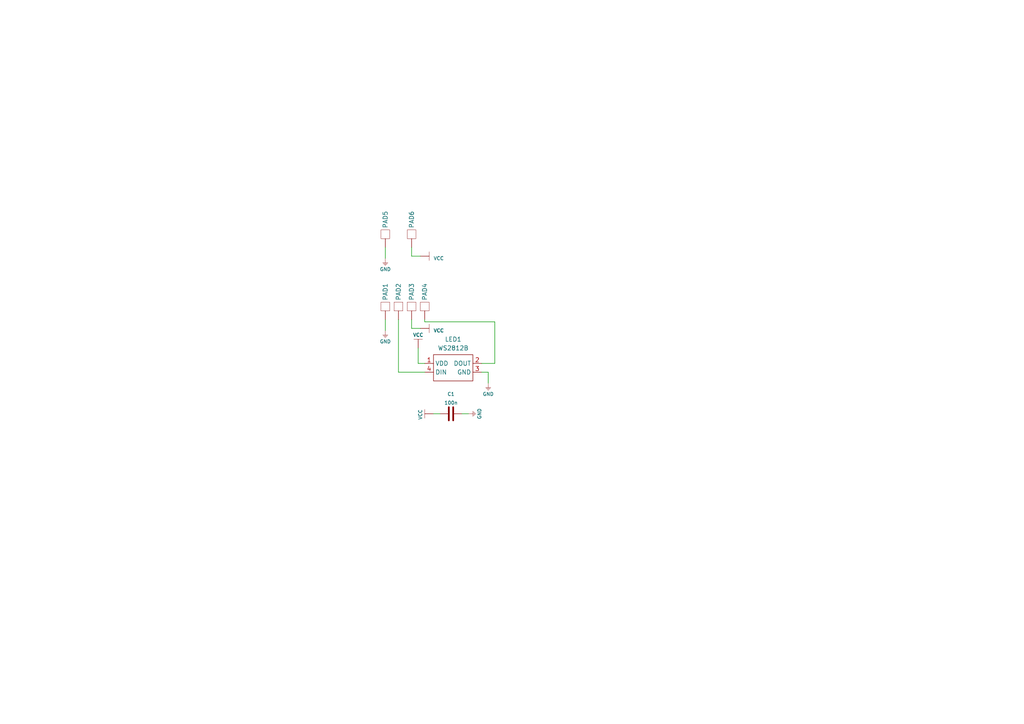
<source format=kicad_sch>
(kicad_sch (version 20210621) (generator eeschema)

  (uuid 25e546e1-a985-4f88-be34-40499372279d)

  (paper "A4")

  (lib_symbols
    (symbol "e-radionica.com schematics:0603C" (pin_numbers hide) (pin_names (offset 0.002)) (in_bom yes) (on_board yes)
      (property "Reference" "C" (id 0) (at -0.635 3.175 0)
        (effects (font (size 1 1)))
      )
      (property "Value" "0603C" (id 1) (at 0 -3.175 0)
        (effects (font (size 1 1)))
      )
      (property "Footprint" "e-radionica.com footprinti:0603C" (id 2) (at 0 0 0)
        (effects (font (size 1 1)) hide)
      )
      (property "Datasheet" "" (id 3) (at 0 0 0)
        (effects (font (size 1 1)) hide)
      )
      (symbol "0603C_0_1"
        (polyline
          (pts
            (xy -0.635 1.905)
            (xy -0.635 -1.905)
          )
          (stroke (width 0.5)) (fill (type none))
        )
        (polyline
          (pts
            (xy 0.635 1.905)
            (xy 0.635 -1.905)
          )
          (stroke (width 0.5)) (fill (type none))
        )
      )
      (symbol "0603C_1_1"
        (pin passive line (at -3.175 0 0) (length 2.54)
          (name "~" (effects (font (size 1.27 1.27))))
          (number "1" (effects (font (size 1.27 1.27))))
        )
        (pin passive line (at 3.175 0 180) (length 2.54)
          (name "~" (effects (font (size 1.27 1.27))))
          (number "2" (effects (font (size 1.27 1.27))))
        )
      )
    )
    (symbol "e-radionica.com schematics:GND" (power) (pin_names (offset 0)) (in_bom yes) (on_board yes)
      (property "Reference" "#PWR" (id 0) (at 4.445 0 0)
        (effects (font (size 1 1)) hide)
      )
      (property "Value" "GND" (id 1) (at 0 -2.921 0)
        (effects (font (size 1 1)))
      )
      (property "Footprint" "" (id 2) (at 4.445 3.81 0)
        (effects (font (size 1 1)) hide)
      )
      (property "Datasheet" "" (id 3) (at 4.445 3.81 0)
        (effects (font (size 1 1)) hide)
      )
      (property "ki_keywords" "power-flag" (id 4) (at 0 0 0)
        (effects (font (size 1.27 1.27)) hide)
      )
      (property "ki_description" "Power symbol creates a global label with name \"GND\"" (id 5) (at 0 0 0)
        (effects (font (size 1.27 1.27)) hide)
      )
      (symbol "GND_0_1"
        (polyline
          (pts
            (xy -0.762 -1.27)
            (xy 0.762 -1.27)
          )
          (stroke (width 0.0006)) (fill (type none))
        )
        (polyline
          (pts
            (xy -0.635 -1.524)
            (xy 0.635 -1.524)
          )
          (stroke (width 0.0006)) (fill (type none))
        )
        (polyline
          (pts
            (xy -0.381 -1.778)
            (xy 0.381 -1.778)
          )
          (stroke (width 0.0006)) (fill (type none))
        )
        (polyline
          (pts
            (xy -0.127 -2.032)
            (xy 0.127 -2.032)
          )
          (stroke (width 0.0006)) (fill (type none))
        )
        (polyline
          (pts
            (xy 0 0)
            (xy 0 -1.27)
          )
          (stroke (width 0.0006)) (fill (type none))
        )
      )
      (symbol "GND_1_1"
        (pin power_in line (at 0 0 270) (length 0) hide
          (name "GND" (effects (font (size 1.27 1.27))))
          (number "1" (effects (font (size 1.27 1.27))))
        )
      )
    )
    (symbol "e-radionica.com schematics:PAD_2x1.5" (pin_numbers hide) (pin_names hide) (in_bom yes) (on_board yes)
      (property "Reference" "PAD" (id 0) (at 0 2.54 0)
        (effects (font (size 1.27 1.27)))
      )
      (property "Value" "PAD_2x1.5" (id 1) (at 0 -2.54 0)
        (effects (font (size 1.27 1.27)))
      )
      (property "Footprint" "e-radionica.com footprinti:PAD_2x1.5" (id 2) (at -1.27 -3.81 0)
        (effects (font (size 1.27 1.27)) hide)
      )
      (property "Datasheet" "" (id 3) (at -1.27 0 0)
        (effects (font (size 1.27 1.27)) hide)
      )
      (symbol "PAD_2x1.5_0_1"
        (rectangle (start -1.27 1.27) (end 1.27 -1.27)
          (stroke (width 0.0006)) (fill (type none))
        )
      )
      (symbol "PAD_2x1.5_1_1"
        (pin passive line (at -3.81 0 0) (length 2.54)
          (name "~" (effects (font (size 1.27 1.27))))
          (number "1" (effects (font (size 1.27 1.27))))
        )
      )
    )
    (symbol "e-radionica.com schematics:VCC" (power) (pin_names (offset 0)) (in_bom yes) (on_board yes)
      (property "Reference" "#PWR" (id 0) (at 4.445 0 0)
        (effects (font (size 1 1)) hide)
      )
      (property "Value" "VCC" (id 1) (at 0 3.556 0)
        (effects (font (size 1 1)))
      )
      (property "Footprint" "" (id 2) (at 4.445 3.81 0)
        (effects (font (size 1 1)) hide)
      )
      (property "Datasheet" "" (id 3) (at 4.445 3.81 0)
        (effects (font (size 1 1)) hide)
      )
      (property "ki_keywords" "power-flag" (id 4) (at 0 0 0)
        (effects (font (size 1.27 1.27)) hide)
      )
      (property "ki_description" "Power symbol creates a global label with name \"VCC\"" (id 5) (at 0 0 0)
        (effects (font (size 1.27 1.27)) hide)
      )
      (symbol "VCC_0_1"
        (polyline
          (pts
            (xy -1.27 2.54)
            (xy 1.27 2.54)
          )
          (stroke (width 0.0006)) (fill (type none))
        )
        (polyline
          (pts
            (xy 0 0)
            (xy 0 2.54)
          )
          (stroke (width 0)) (fill (type none))
        )
      )
      (symbol "VCC_1_1"
        (pin power_in line (at 0 0 90) (length 0) hide
          (name "VCC" (effects (font (size 1.27 1.27))))
          (number "1" (effects (font (size 1.27 1.27))))
        )
      )
    )
    (symbol "e-radionica.com schematics:WS2812B" (in_bom yes) (on_board yes)
      (property "Reference" "LED?" (id 0) (at 2.54 5.08 0)
        (effects (font (size 1.27 1.27)))
      )
      (property "Value" "WS2812B" (id 1) (at 1.27 -5.08 0)
        (effects (font (size 1.27 1.27)))
      )
      (property "Footprint" "e-radionica.com footprinti:WS2812B LED" (id 2) (at 1.27 -8.89 0)
        (effects (font (size 1.27 1.27)) hide)
      )
      (property "Datasheet" "" (id 3) (at 1.27 -8.89 0)
        (effects (font (size 1.27 1.27)) hide)
      )
      (symbol "WS2812B_0_1"
        (polyline
          (pts
            (xy -5.08 3.81)
            (xy 6.35 3.81)
            (xy 6.35 -3.81)
            (xy -5.08 -3.81)
            (xy -5.08 3.81)
          )
          (stroke (width 0.1524)) (fill (type none))
        )
      )
      (symbol "WS2812B_1_1"
        (pin input line (at -7.62 1.27 0) (length 2.54)
          (name "VDD" (effects (font (size 1.27 1.27))))
          (number "1" (effects (font (size 1.27 1.27))))
        )
        (pin input line (at 8.89 1.27 180) (length 2.54)
          (name "DOUT" (effects (font (size 1.27 1.27))))
          (number "2" (effects (font (size 1.27 1.27))))
        )
        (pin input line (at 8.89 -1.27 180) (length 2.54)
          (name "GND" (effects (font (size 1.27 1.27))))
          (number "3" (effects (font (size 1.27 1.27))))
        )
        (pin input line (at -7.62 -1.27 0) (length 2.54)
          (name "DIN" (effects (font (size 1.27 1.27))))
          (number "4" (effects (font (size 1.27 1.27))))
        )
      )
    )
  )


  (wire (pts (xy 111.76 71.755) (xy 111.76 74.93))
    (stroke (width 0) (type solid) (color 0 0 0 0))
    (uuid c3529669-df80-403c-a05f-c0b1a81fe746)
  )
  (wire (pts (xy 111.76 92.71) (xy 111.76 95.885))
    (stroke (width 0) (type solid) (color 0 0 0 0))
    (uuid c45bd5e8-6c78-43c2-9bbb-5cc57954d2da)
  )
  (wire (pts (xy 115.57 92.71) (xy 115.57 107.95))
    (stroke (width 0) (type solid) (color 0 0 0 0))
    (uuid dc5f1b5c-3464-4e80-8b26-e9bacc0fd347)
  )
  (wire (pts (xy 115.57 107.95) (xy 123.19 107.95))
    (stroke (width 0) (type solid) (color 0 0 0 0))
    (uuid dc5f1b5c-3464-4e80-8b26-e9bacc0fd347)
  )
  (wire (pts (xy 119.38 71.755) (xy 119.38 74.295))
    (stroke (width 0) (type solid) (color 0 0 0 0))
    (uuid a212c761-13ba-4fb0-b936-9eba7ac45ffd)
  )
  (wire (pts (xy 119.38 74.295) (xy 121.92 74.295))
    (stroke (width 0) (type solid) (color 0 0 0 0))
    (uuid 13b971db-652a-415b-9d40-aa9612b75c2f)
  )
  (wire (pts (xy 119.38 92.71) (xy 119.38 95.25))
    (stroke (width 0) (type solid) (color 0 0 0 0))
    (uuid 13d8c093-8317-4469-a5fd-6d2cdddbbc1b)
  )
  (wire (pts (xy 119.38 95.25) (xy 121.92 95.25))
    (stroke (width 0) (type solid) (color 0 0 0 0))
    (uuid 87cf9951-47be-4153-a1f5-412d88bdf269)
  )
  (wire (pts (xy 121.285 100.965) (xy 121.285 105.41))
    (stroke (width 0) (type solid) (color 0 0 0 0))
    (uuid e3675d4e-e7c9-4749-8966-4a7ae0d9c7f5)
  )
  (wire (pts (xy 123.19 92.71) (xy 123.19 93.345))
    (stroke (width 0) (type solid) (color 0 0 0 0))
    (uuid c66b6ad0-9e71-4da3-8d49-71ceff3eadd4)
  )
  (wire (pts (xy 123.19 93.345) (xy 143.51 93.345))
    (stroke (width 0) (type solid) (color 0 0 0 0))
    (uuid c66b6ad0-9e71-4da3-8d49-71ceff3eadd4)
  )
  (wire (pts (xy 123.19 105.41) (xy 121.285 105.41))
    (stroke (width 0) (type solid) (color 0 0 0 0))
    (uuid e3675d4e-e7c9-4749-8966-4a7ae0d9c7f5)
  )
  (wire (pts (xy 125.73 120.015) (xy 127.635 120.015))
    (stroke (width 0) (type solid) (color 0 0 0 0))
    (uuid 9288ce86-1f03-45ec-b81f-5f2a0da58038)
  )
  (wire (pts (xy 133.985 120.015) (xy 135.89 120.015))
    (stroke (width 0) (type solid) (color 0 0 0 0))
    (uuid 6e933b3f-d318-478f-832a-0c24555d003b)
  )
  (wire (pts (xy 139.7 105.41) (xy 143.51 105.41))
    (stroke (width 0) (type solid) (color 0 0 0 0))
    (uuid f4acc565-bd77-4023-b5e1-4cf117ecc7fc)
  )
  (wire (pts (xy 139.7 107.95) (xy 141.605 107.95))
    (stroke (width 0) (type solid) (color 0 0 0 0))
    (uuid bc5d0294-a18d-4c1c-bac4-ccc096dce471)
  )
  (wire (pts (xy 141.605 107.95) (xy 141.605 111.125))
    (stroke (width 0) (type solid) (color 0 0 0 0))
    (uuid bc5d0294-a18d-4c1c-bac4-ccc096dce471)
  )
  (wire (pts (xy 143.51 93.345) (xy 143.51 105.41))
    (stroke (width 0) (type solid) (color 0 0 0 0))
    (uuid c66b6ad0-9e71-4da3-8d49-71ceff3eadd4)
  )

  (symbol (lib_id "e-radionica.com schematics:GND") (at 111.76 74.93 0) (mirror y) (unit 1)
    (in_bom yes) (on_board yes)
    (uuid 8ce7eb3c-33df-49d8-8edf-57946e3b3373)
    (property "Reference" "#PWR0102" (id 0) (at 107.315 74.93 0)
      (effects (font (size 1 1)) hide)
    )
    (property "Value" "GND" (id 1) (at 111.76 78.105 0)
      (effects (font (size 1 1)))
    )
    (property "Footprint" "" (id 2) (at 107.315 71.12 0)
      (effects (font (size 1 1)) hide)
    )
    (property "Datasheet" "" (id 3) (at 107.315 71.12 0)
      (effects (font (size 1 1)) hide)
    )
    (pin "1" (uuid f377be89-45e3-4ed8-bfdc-5bf029140fa9))
  )

  (symbol (lib_id "e-radionica.com schematics:GND") (at 111.76 95.885 0) (mirror y) (unit 1)
    (in_bom yes) (on_board yes)
    (uuid 01623b28-763b-4024-90cd-b5c3c1ddd528)
    (property "Reference" "#PWR0144" (id 0) (at 107.315 95.885 0)
      (effects (font (size 1 1)) hide)
    )
    (property "Value" "GND" (id 1) (at 111.76 99.06 0)
      (effects (font (size 1 1)))
    )
    (property "Footprint" "" (id 2) (at 107.315 92.075 0)
      (effects (font (size 1 1)) hide)
    )
    (property "Datasheet" "" (id 3) (at 107.315 92.075 0)
      (effects (font (size 1 1)) hide)
    )
    (pin "1" (uuid 2ff94de9-feb8-4841-a301-6b3ce98eeba6))
  )

  (symbol (lib_id "e-radionica.com schematics:GND") (at 135.89 120.015 90) (unit 1)
    (in_bom yes) (on_board yes)
    (uuid 3a494e15-f3be-4b6a-ae78-19dab1cffa4e)
    (property "Reference" "#PWR0126" (id 0) (at 135.89 115.57 0)
      (effects (font (size 1 1)) hide)
    )
    (property "Value" "GND" (id 1) (at 139.065 120.015 0)
      (effects (font (size 1 1)))
    )
    (property "Footprint" "" (id 2) (at 132.08 115.57 0)
      (effects (font (size 1 1)) hide)
    )
    (property "Datasheet" "" (id 3) (at 132.08 115.57 0)
      (effects (font (size 1 1)) hide)
    )
    (pin "1" (uuid c5263a23-2bc4-4b34-ab52-e0cbbb953add))
  )

  (symbol (lib_id "e-radionica.com schematics:GND") (at 141.605 111.125 0) (unit 1)
    (in_bom yes) (on_board yes)
    (uuid 4553990a-b354-4e13-83fb-d51b701e07a5)
    (property "Reference" "#PWR0123" (id 0) (at 146.05 111.125 0)
      (effects (font (size 1 1)) hide)
    )
    (property "Value" "GND" (id 1) (at 141.605 114.3 0)
      (effects (font (size 1 1)))
    )
    (property "Footprint" "" (id 2) (at 146.05 107.315 0)
      (effects (font (size 1 1)) hide)
    )
    (property "Datasheet" "" (id 3) (at 146.05 107.315 0)
      (effects (font (size 1 1)) hide)
    )
    (pin "1" (uuid 8b1676ac-ce41-4897-8293-50f7aa08265c))
  )

  (symbol (lib_id "e-radionica.com schematics:VCC") (at 121.285 100.965 0) (unit 1)
    (in_bom yes) (on_board yes) (fields_autoplaced)
    (uuid 93948d6c-2dc2-422b-b627-afa72ea4eb5f)
    (property "Reference" "#PWR0122" (id 0) (at 125.73 100.965 0)
      (effects (font (size 1 1)) hide)
    )
    (property "Value" "VCC" (id 1) (at 121.285 97.155 0)
      (effects (font (size 1 1)))
    )
    (property "Footprint" "" (id 2) (at 125.73 97.155 0)
      (effects (font (size 1 1)) hide)
    )
    (property "Datasheet" "" (id 3) (at 125.73 97.155 0)
      (effects (font (size 1 1)) hide)
    )
    (pin "1" (uuid 7c7aa7e7-dcb0-4066-9bb0-1b95f1c7da55))
  )

  (symbol (lib_id "e-radionica.com schematics:VCC") (at 121.92 74.295 270) (unit 1)
    (in_bom yes) (on_board yes) (fields_autoplaced)
    (uuid 2944beee-7f5c-4262-9683-e503e535a368)
    (property "Reference" "#PWR0101" (id 0) (at 121.92 78.74 0)
      (effects (font (size 1 1)) hide)
    )
    (property "Value" "VCC" (id 1) (at 125.73 74.93 90)
      (effects (font (size 1 1)) (justify left))
    )
    (property "Footprint" "" (id 2) (at 125.73 78.74 0)
      (effects (font (size 1 1)) hide)
    )
    (property "Datasheet" "" (id 3) (at 125.73 78.74 0)
      (effects (font (size 1 1)) hide)
    )
    (pin "1" (uuid 561fc1ba-0184-41ea-933d-b4eefb44adb7))
  )

  (symbol (lib_id "e-radionica.com schematics:VCC") (at 121.92 95.25 270) (unit 1)
    (in_bom yes) (on_board yes) (fields_autoplaced)
    (uuid 85e0735e-a0d0-4122-b083-8429bd03aae8)
    (property "Reference" "#PWR0143" (id 0) (at 121.92 99.695 0)
      (effects (font (size 1 1)) hide)
    )
    (property "Value" "VCC" (id 1) (at 125.73 95.885 90)
      (effects (font (size 1 1)) (justify left))
    )
    (property "Footprint" "" (id 2) (at 125.73 99.695 0)
      (effects (font (size 1 1)) hide)
    )
    (property "Datasheet" "" (id 3) (at 125.73 99.695 0)
      (effects (font (size 1 1)) hide)
    )
    (pin "1" (uuid 94e8158e-467c-4d34-8d76-beabef9689cd))
  )

  (symbol (lib_id "e-radionica.com schematics:VCC") (at 125.73 120.015 90) (unit 1)
    (in_bom yes) (on_board yes)
    (uuid 6fab0891-b999-4176-b8f6-36c0647fd547)
    (property "Reference" "#PWR0125" (id 0) (at 125.73 115.57 0)
      (effects (font (size 1 1)) hide)
    )
    (property "Value" "VCC" (id 1) (at 121.92 118.745 0)
      (effects (font (size 1 1)) (justify right))
    )
    (property "Footprint" "" (id 2) (at 121.92 115.57 0)
      (effects (font (size 1 1)) hide)
    )
    (property "Datasheet" "" (id 3) (at 121.92 115.57 0)
      (effects (font (size 1 1)) hide)
    )
    (pin "1" (uuid 40afe42a-96b1-4a2f-9d4f-a510eb593310))
  )

  (symbol (lib_id "e-radionica.com schematics:PAD_2x1.5") (at 111.76 67.945 90) (unit 1)
    (in_bom yes) (on_board yes)
    (uuid 344b949b-0a64-46fb-886c-598886093b04)
    (property "Reference" "PAD5" (id 0) (at 111.76 61.1502 0)
      (effects (font (size 1.27 1.27)) (justify right))
    )
    (property "Value" "PAD_2x1.5" (id 1) (at 114.3 71.3102 90)
      (effects (font (size 1.27 1.27)) (justify right) hide)
    )
    (property "Footprint" "e-radionica.com footprinti:PAD_2x1.5" (id 2) (at 115.57 69.215 0)
      (effects (font (size 1.27 1.27)) hide)
    )
    (property "Datasheet" "" (id 3) (at 111.76 69.215 0)
      (effects (font (size 1.27 1.27)) hide)
    )
    (pin "1" (uuid 7f13eeeb-d97b-490d-af4c-02cc7bdd2f88))
  )

  (symbol (lib_id "e-radionica.com schematics:PAD_2x1.5") (at 111.76 88.9 90) (unit 1)
    (in_bom yes) (on_board yes)
    (uuid 4f10d492-345c-4ce3-a448-af6e7d74b05c)
    (property "Reference" "PAD1" (id 0) (at 111.76 82.1052 0)
      (effects (font (size 1.27 1.27)) (justify right))
    )
    (property "Value" "PAD_2x1.5" (id 1) (at 114.3 92.2652 90)
      (effects (font (size 1.27 1.27)) (justify right) hide)
    )
    (property "Footprint" "e-radionica.com footprinti:PAD_2x1.5" (id 2) (at 115.57 90.17 0)
      (effects (font (size 1.27 1.27)) hide)
    )
    (property "Datasheet" "" (id 3) (at 111.76 90.17 0)
      (effects (font (size 1.27 1.27)) hide)
    )
    (pin "1" (uuid 4928f544-0d99-4f11-97ec-534e813bdec8))
  )

  (symbol (lib_id "e-radionica.com schematics:PAD_2x1.5") (at 115.57 88.9 90) (unit 1)
    (in_bom yes) (on_board yes)
    (uuid 4669c19d-82d3-43e0-b652-e4b1cfaf950b)
    (property "Reference" "PAD2" (id 0) (at 115.57 82.1052 0)
      (effects (font (size 1.27 1.27)) (justify right))
    )
    (property "Value" "PAD_2x1.5" (id 1) (at 118.11 92.2652 90)
      (effects (font (size 1.27 1.27)) (justify right) hide)
    )
    (property "Footprint" "e-radionica.com footprinti:PAD_2x1.5" (id 2) (at 119.38 90.17 0)
      (effects (font (size 1.27 1.27)) hide)
    )
    (property "Datasheet" "" (id 3) (at 115.57 90.17 0)
      (effects (font (size 1.27 1.27)) hide)
    )
    (pin "1" (uuid d2b31768-1cb2-4a54-a255-2607ec273e6c))
  )

  (symbol (lib_id "e-radionica.com schematics:PAD_2x1.5") (at 119.38 67.945 90) (unit 1)
    (in_bom yes) (on_board yes)
    (uuid 9b149906-0281-402f-bcdf-4d7b11112b31)
    (property "Reference" "PAD6" (id 0) (at 119.38 61.1502 0)
      (effects (font (size 1.27 1.27)) (justify right))
    )
    (property "Value" "PAD_2x1.5" (id 1) (at 121.92 71.3102 90)
      (effects (font (size 1.27 1.27)) (justify right) hide)
    )
    (property "Footprint" "e-radionica.com footprinti:PAD_2x1.5" (id 2) (at 123.19 69.215 0)
      (effects (font (size 1.27 1.27)) hide)
    )
    (property "Datasheet" "" (id 3) (at 119.38 69.215 0)
      (effects (font (size 1.27 1.27)) hide)
    )
    (pin "1" (uuid cca83cda-a307-4b33-bd70-8838e8e0d716))
  )

  (symbol (lib_id "e-radionica.com schematics:PAD_2x1.5") (at 119.38 88.9 90) (unit 1)
    (in_bom yes) (on_board yes)
    (uuid fbdf0a82-1f37-4121-87e4-5f50e6626b8d)
    (property "Reference" "PAD3" (id 0) (at 119.38 82.1052 0)
      (effects (font (size 1.27 1.27)) (justify right))
    )
    (property "Value" "PAD_2x1.5" (id 1) (at 121.92 92.2652 90)
      (effects (font (size 1.27 1.27)) (justify right) hide)
    )
    (property "Footprint" "e-radionica.com footprinti:PAD_2x1.5" (id 2) (at 123.19 90.17 0)
      (effects (font (size 1.27 1.27)) hide)
    )
    (property "Datasheet" "" (id 3) (at 119.38 90.17 0)
      (effects (font (size 1.27 1.27)) hide)
    )
    (pin "1" (uuid 6d3bb5df-712e-413f-99c0-f221dd06d1ce))
  )

  (symbol (lib_id "e-radionica.com schematics:PAD_2x1.5") (at 123.19 88.9 270) (mirror x) (unit 1)
    (in_bom yes) (on_board yes)
    (uuid 3fb5fcd2-e49a-4adc-9060-c930ea293da2)
    (property "Reference" "PAD4" (id 0) (at 123.19 82.1052 0)
      (effects (font (size 1.27 1.27)) (justify right))
    )
    (property "Value" "PAD_2x1.5" (id 1) (at 120.65 92.2652 90)
      (effects (font (size 1.27 1.27)) (justify right) hide)
    )
    (property "Footprint" "e-radionica.com footprinti:PAD_2x1.5" (id 2) (at 119.38 90.17 0)
      (effects (font (size 1.27 1.27)) hide)
    )
    (property "Datasheet" "" (id 3) (at 123.19 90.17 0)
      (effects (font (size 1.27 1.27)) hide)
    )
    (pin "1" (uuid dee146b5-7c3d-43d6-8fe0-b622f84462d0))
  )

  (symbol (lib_id "e-radionica.com schematics:0603C") (at 130.81 120.015 0) (unit 1)
    (in_bom yes) (on_board yes) (fields_autoplaced)
    (uuid bb76a0ce-cdc4-4395-bcf8-9d830f5d7140)
    (property "Reference" "C1" (id 0) (at 130.81 114.3 0)
      (effects (font (size 1 1)))
    )
    (property "Value" "100n" (id 1) (at 130.81 116.84 0)
      (effects (font (size 1 1)))
    )
    (property "Footprint" "e-radionica.com footprinti:0603C" (id 2) (at 130.81 120.015 0)
      (effects (font (size 1 1)) hide)
    )
    (property "Datasheet" "" (id 3) (at 130.81 120.015 0)
      (effects (font (size 1 1)) hide)
    )
    (pin "1" (uuid 9864c00a-6a5d-4f50-89f8-c645d6da0813))
    (pin "2" (uuid 4ddf05f2-53a0-42d3-aabf-d3504afa5e50))
  )

  (symbol (lib_id "e-radionica.com schematics:WS2812B") (at 130.81 106.68 0) (unit 1)
    (in_bom yes) (on_board yes) (fields_autoplaced)
    (uuid 7e597c70-98aa-4cc2-a36b-cd1a1500a8f2)
    (property "Reference" "LED1" (id 0) (at 131.445 98.425 0))
    (property "Value" "WS2812B" (id 1) (at 131.445 100.965 0))
    (property "Footprint" "e-radionica.com footprinti:WS2812B LED" (id 2) (at 132.08 115.57 0)
      (effects (font (size 1.27 1.27)) hide)
    )
    (property "Datasheet" "" (id 3) (at 132.08 115.57 0)
      (effects (font (size 1.27 1.27)) hide)
    )
    (pin "1" (uuid 225cdb27-e50a-4e69-9c14-ae7c784a521f))
    (pin "2" (uuid 16610e6f-d5d7-467d-be55-6e0e8e001709))
    (pin "3" (uuid 7a07b83b-95b7-47e9-b4b7-f977966f1bb8))
    (pin "4" (uuid 93c5ac5f-f11c-4d9d-85ea-6854e4ad679f))
  )

  (sheet_instances
    (path "/" (page "1"))
  )

  (symbol_instances
    (path "/2944beee-7f5c-4262-9683-e503e535a368"
      (reference "#PWR0101") (unit 1) (value "VCC") (footprint "")
    )
    (path "/8ce7eb3c-33df-49d8-8edf-57946e3b3373"
      (reference "#PWR0102") (unit 1) (value "GND") (footprint "")
    )
    (path "/93948d6c-2dc2-422b-b627-afa72ea4eb5f"
      (reference "#PWR0122") (unit 1) (value "VCC") (footprint "")
    )
    (path "/4553990a-b354-4e13-83fb-d51b701e07a5"
      (reference "#PWR0123") (unit 1) (value "GND") (footprint "")
    )
    (path "/6fab0891-b999-4176-b8f6-36c0647fd547"
      (reference "#PWR0125") (unit 1) (value "VCC") (footprint "")
    )
    (path "/3a494e15-f3be-4b6a-ae78-19dab1cffa4e"
      (reference "#PWR0126") (unit 1) (value "GND") (footprint "")
    )
    (path "/85e0735e-a0d0-4122-b083-8429bd03aae8"
      (reference "#PWR0143") (unit 1) (value "VCC") (footprint "")
    )
    (path "/01623b28-763b-4024-90cd-b5c3c1ddd528"
      (reference "#PWR0144") (unit 1) (value "GND") (footprint "")
    )
    (path "/bb76a0ce-cdc4-4395-bcf8-9d830f5d7140"
      (reference "C1") (unit 1) (value "100n") (footprint "e-radionica.com footprinti:0603C")
    )
    (path "/7e597c70-98aa-4cc2-a36b-cd1a1500a8f2"
      (reference "LED1") (unit 1) (value "WS2812B") (footprint "e-radionica.com footprinti:WS2812B LED")
    )
    (path "/4f10d492-345c-4ce3-a448-af6e7d74b05c"
      (reference "PAD1") (unit 1) (value "PAD_2x1.5") (footprint "e-radionica.com footprinti:PAD_2x1.5")
    )
    (path "/4669c19d-82d3-43e0-b652-e4b1cfaf950b"
      (reference "PAD2") (unit 1) (value "PAD_2x1.5") (footprint "e-radionica.com footprinti:PAD_2x1.5")
    )
    (path "/fbdf0a82-1f37-4121-87e4-5f50e6626b8d"
      (reference "PAD3") (unit 1) (value "PAD_2x1.5") (footprint "e-radionica.com footprinti:PAD_2x1.5")
    )
    (path "/3fb5fcd2-e49a-4adc-9060-c930ea293da2"
      (reference "PAD4") (unit 1) (value "PAD_2x1.5") (footprint "e-radionica.com footprinti:PAD_2x1.5")
    )
    (path "/344b949b-0a64-46fb-886c-598886093b04"
      (reference "PAD5") (unit 1) (value "PAD_2x1.5") (footprint "e-radionica.com footprinti:PAD_2x1.5")
    )
    (path "/9b149906-0281-402f-bcdf-4d7b11112b31"
      (reference "PAD6") (unit 1) (value "PAD_2x1.5") (footprint "e-radionica.com footprinti:PAD_2x1.5")
    )
  )
)

</source>
